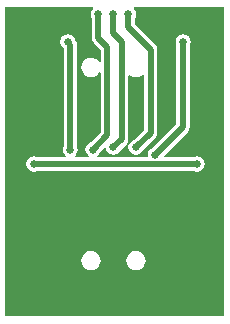
<source format=gbl>
G04*
G04 #@! TF.GenerationSoftware,Altium Limited,Altium Designer,22.7.1 (60)*
G04*
G04 Layer_Physical_Order=2*
G04 Layer_Color=11436288*
%FSLAX25Y25*%
%MOIN*%
G70*
G04*
G04 #@! TF.SameCoordinates,4E350FCD-7793-4D70-B8A6-44CA439EF18F*
G04*
G04*
G04 #@! TF.FilePolarity,Positive*
G04*
G01*
G75*
%ADD24C,0.02000*%
%ADD25C,0.00500*%
%ADD26C,0.02600*%
G36*
X39000Y-51000D02*
X-34000D01*
Y52000D01*
X-4932D01*
X-4856Y51748D01*
X-4810Y51500D01*
X-5355Y50684D01*
X-5549Y49709D01*
X-5355Y48733D01*
X-5243Y48566D01*
Y41826D01*
X-5072Y40968D01*
X-4586Y40240D01*
X-2243Y37897D01*
Y33805D01*
X-2575Y33668D01*
X-2743Y33664D01*
X-3218Y34282D01*
X-3886Y34795D01*
X-4665Y35118D01*
X-5500Y35228D01*
X-6335Y35118D01*
X-7114Y34795D01*
X-7782Y34282D01*
X-8295Y33614D01*
X-8618Y32835D01*
X-8728Y32000D01*
X-8618Y31165D01*
X-8295Y30386D01*
X-7782Y29718D01*
X-7114Y29205D01*
X-6335Y28882D01*
X-5500Y28772D01*
X-4665Y28882D01*
X-3886Y29205D01*
X-3218Y29718D01*
X-2743Y30336D01*
X-2575Y30332D01*
X-2243Y30195D01*
Y10285D01*
X-5566Y6962D01*
X-5763Y6923D01*
X-6590Y6370D01*
X-7143Y5544D01*
X-7337Y4568D01*
X-7143Y3593D01*
X-6590Y2766D01*
X-6243Y2534D01*
X-6395Y2034D01*
X-10755D01*
X-10906Y2534D01*
X-10559Y2766D01*
X-10007Y3593D01*
X-9813Y4568D01*
X-10007Y5544D01*
X-10118Y5711D01*
Y39582D01*
X-10289Y40440D01*
X-10775Y41168D01*
X-10885Y41278D01*
X-10925Y41475D01*
X-11477Y42302D01*
X-12304Y42855D01*
X-13280Y43049D01*
X-14255Y42855D01*
X-15082Y42302D01*
X-15634Y41475D01*
X-15829Y40500D01*
X-15634Y39524D01*
X-15082Y38698D01*
X-14605Y38379D01*
Y5711D01*
X-14716Y5544D01*
X-14910Y4568D01*
X-14716Y3593D01*
X-14164Y2766D01*
X-13817Y2534D01*
X-13968Y2034D01*
X-23345D01*
X-23512Y2146D01*
X-24487Y2340D01*
X-25463Y2146D01*
X-26290Y1593D01*
X-26842Y766D01*
X-27036Y-209D01*
X-26842Y-1185D01*
X-26290Y-2012D01*
X-25463Y-2564D01*
X-24487Y-2758D01*
X-23512Y-2564D01*
X-23345Y-2452D01*
X28670D01*
X28837Y-2564D01*
X29813Y-2758D01*
X30788Y-2564D01*
X31615Y-2012D01*
X32168Y-1185D01*
X32362Y-209D01*
X32168Y766D01*
X31615Y1593D01*
X30788Y2146D01*
X29813Y2340D01*
X28837Y2146D01*
X28670Y2034D01*
X19063D01*
X18856Y2534D01*
X26821Y10498D01*
X27307Y11226D01*
X27478Y12085D01*
Y39357D01*
X27590Y39524D01*
X27784Y40500D01*
X27590Y41475D01*
X27037Y42302D01*
X26210Y42855D01*
X25235Y43049D01*
X24259Y42855D01*
X23432Y42302D01*
X22880Y41475D01*
X22686Y40500D01*
X22880Y39524D01*
X22991Y39357D01*
Y13014D01*
X15222Y5244D01*
X15024Y5205D01*
X14198Y4652D01*
X13645Y3825D01*
X13451Y2850D01*
X13536Y2420D01*
X13219Y2034D01*
X-3181D01*
X-3333Y2534D01*
X-2985Y2766D01*
X-2433Y3593D01*
X-2393Y3790D01*
X-1027Y5156D01*
X-485Y4992D01*
X-355Y4338D01*
X198Y3511D01*
X1025Y2959D01*
X2000Y2765D01*
X2976Y2959D01*
X3802Y3511D01*
X4355Y4338D01*
X4394Y4536D01*
X6342Y6483D01*
X6828Y7211D01*
X6999Y8070D01*
Y29255D01*
X7499Y29502D01*
X7886Y29205D01*
X8665Y28882D01*
X9500Y28772D01*
X10335Y28882D01*
X11114Y29205D01*
X11682Y29641D01*
X12182Y29486D01*
Y11140D01*
X8722Y7680D01*
X8525Y7641D01*
X7698Y7088D01*
X7145Y6261D01*
X6951Y5286D01*
X7145Y4310D01*
X7698Y3483D01*
X8525Y2931D01*
X9500Y2737D01*
X10475Y2931D01*
X11302Y3483D01*
X11855Y4310D01*
X11894Y4508D01*
X16011Y8625D01*
X16498Y9353D01*
X16668Y10211D01*
Y37909D01*
X16498Y38768D01*
X16011Y39496D01*
X9243Y46264D01*
Y48566D01*
X9355Y48733D01*
X9549Y49709D01*
X9355Y50684D01*
X8810Y51500D01*
X8856Y51748D01*
X8932Y52000D01*
X39000D01*
Y-51000D01*
D02*
G37*
%LPC*%
G36*
X9500Y-29272D02*
X8665Y-29382D01*
X7886Y-29705D01*
X7218Y-30218D01*
X6705Y-30886D01*
X6382Y-31665D01*
X6272Y-32500D01*
X6382Y-33335D01*
X6705Y-34114D01*
X7218Y-34782D01*
X7886Y-35295D01*
X8665Y-35618D01*
X9500Y-35728D01*
X10335Y-35618D01*
X11114Y-35295D01*
X11782Y-34782D01*
X12295Y-34114D01*
X12618Y-33335D01*
X12728Y-32500D01*
X12618Y-31665D01*
X12295Y-30886D01*
X11782Y-30218D01*
X11114Y-29705D01*
X10335Y-29382D01*
X9500Y-29272D01*
D02*
G37*
G36*
X-5500D02*
X-6335Y-29382D01*
X-7114Y-29705D01*
X-7782Y-30218D01*
X-8295Y-30886D01*
X-8618Y-31665D01*
X-8728Y-32500D01*
X-8618Y-33335D01*
X-8295Y-34114D01*
X-7782Y-34782D01*
X-7114Y-35295D01*
X-6335Y-35618D01*
X-5500Y-35728D01*
X-4665Y-35618D01*
X-3886Y-35295D01*
X-3218Y-34782D01*
X-2705Y-34114D01*
X-2382Y-33335D01*
X-2272Y-32500D01*
X-2382Y-31665D01*
X-2705Y-30886D01*
X-3218Y-30218D01*
X-3886Y-29705D01*
X-4665Y-29382D01*
X-5500Y-29272D01*
D02*
G37*
%LPD*%
D24*
X-4788Y4568D02*
X0Y9356D01*
X-3000Y41826D02*
X0Y38826D01*
Y9356D02*
Y38826D01*
X9500Y5286D02*
X14425Y10211D01*
X7000Y45335D02*
X14425Y37909D01*
Y10211D02*
Y37909D01*
X-3000Y41826D02*
Y49709D01*
X7000Y45335D02*
Y49709D01*
X2000Y43335D02*
Y49709D01*
X4756Y8070D02*
Y40579D01*
X2000Y43335D02*
X4756Y40579D01*
X25235Y12085D02*
Y40500D01*
X16000Y2850D02*
X25235Y12085D01*
X-24487Y-209D02*
X29813D01*
X2000Y5314D02*
X4756Y8070D01*
X-12361Y4568D02*
Y39582D01*
X-13280Y40500D02*
X-12361Y39582D01*
D25*
X9500Y32000D02*
D03*
X-5500D02*
D03*
X9500Y-32500D02*
D03*
X-5500D02*
D03*
D26*
X2000Y5314D02*
D03*
X34000Y18261D02*
D03*
X-21000Y20000D02*
D03*
X7000Y49709D02*
D03*
X2000D02*
D03*
X-3000D02*
D03*
X25235Y40500D02*
D03*
X16000Y2850D02*
D03*
X-24487Y-209D02*
D03*
X29813D02*
D03*
X9500Y5286D02*
D03*
X-4788Y4568D02*
D03*
X-13280Y40500D02*
D03*
X-12361Y4568D02*
D03*
M02*

</source>
